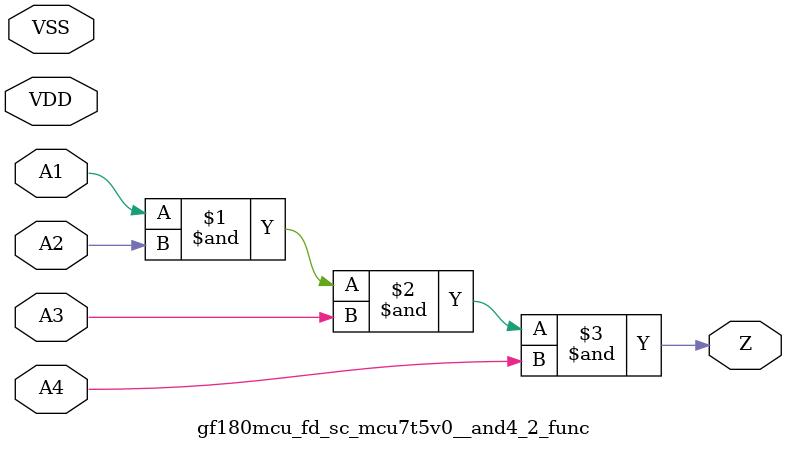
<source format=v>

module gf180mcu_fd_sc_mcu7t5v0__and4_2_func( A1, A2, A3, A4, Z, VDD, VSS );
input A1, A2, A3, A4;
inout VDD, VSS;
output Z;

	and MGM_BG_0( Z, A1, A2, A3, A4 );

endmodule

</source>
